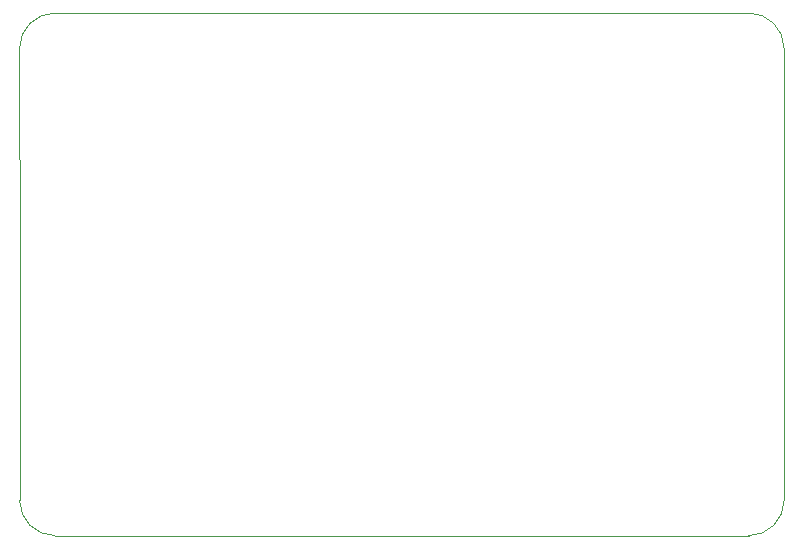
<source format=gbr>
G04 #@! TF.GenerationSoftware,KiCad,Pcbnew,5.1.6-c6e7f7d~87~ubuntu19.10.1*
G04 #@! TF.CreationDate,2021-03-17T15:36:07-04:00*
G04 #@! TF.ProjectId,icarus,69636172-7573-42e6-9b69-6361645f7063,V1.0*
G04 #@! TF.SameCoordinates,Original*
G04 #@! TF.FileFunction,Profile,NP*
%FSLAX46Y46*%
G04 Gerber Fmt 4.6, Leading zero omitted, Abs format (unit mm)*
G04 Created by KiCad (PCBNEW 5.1.6-c6e7f7d~87~ubuntu19.10.1) date 2021-03-17 15:36:07*
%MOMM*%
%LPD*%
G01*
G04 APERTURE LIST*
G04 #@! TA.AperFunction,Profile*
%ADD10C,0.050000*%
G04 #@! TD*
G04 APERTURE END LIST*
D10*
X174455000Y-80150000D02*
G75*
G02*
X177455000Y-83150000I0J-3000000D01*
G01*
X177455010Y-121403847D02*
G75*
G02*
X174455001Y-124399999I-2990010J-6153D01*
G01*
X115710000Y-124400000D02*
X174455001Y-124399999D01*
X177455000Y-83150000D02*
X177455009Y-121403847D01*
X115710000Y-80160000D02*
X174455000Y-80150000D01*
X115710000Y-124400000D02*
G75*
G02*
X112720000Y-121410000I0J2990000D01*
G01*
X112710000Y-83160000D02*
G75*
G02*
X115710000Y-80160000I3000000J0D01*
G01*
X112720000Y-101720000D02*
X112720000Y-121410000D01*
X112720000Y-101720000D02*
X112710000Y-83160000D01*
M02*

</source>
